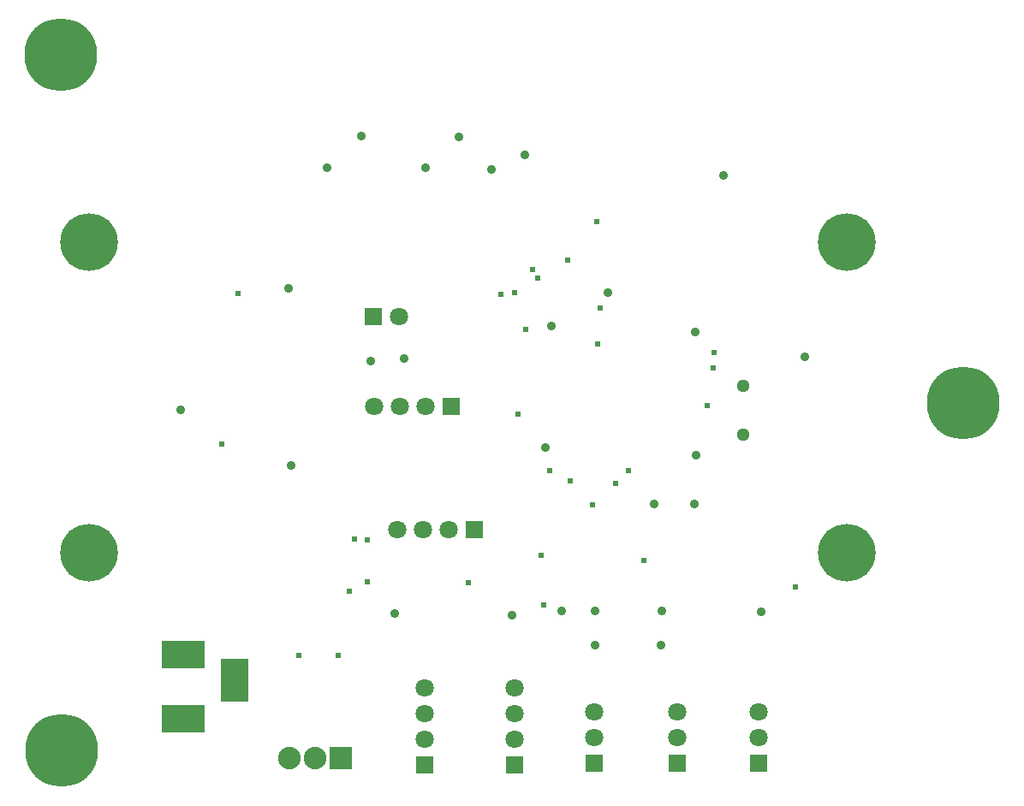
<source format=gbs>
G04*
G04 #@! TF.GenerationSoftware,Altium Limited,Altium Designer,21.3.2 (30)*
G04*
G04 Layer_Color=16711935*
%FSTAX24Y24*%
%MOIN*%
G70*
G04*
G04 #@! TF.SameCoordinates,09EB0EA2-9561-46F4-B1F3-F0EC52C3B4A3*
G04*
G04*
G04 #@! TF.FilePolarity,Negative*
G04*
G01*
G75*
%ADD71C,0.2835*%
%ADD72C,0.0276*%
%ADD73C,0.0883*%
%ADD74R,0.0883X0.0883*%
%ADD75C,0.2244*%
%ADD76C,0.0710*%
%ADD77R,0.0710X0.0710*%
%ADD78R,0.0710X0.0710*%
%ADD79R,0.1080X0.1680*%
%ADD80R,0.1680X0.1080*%
%ADD81C,0.0505*%
%ADD82C,0.0237*%
%ADD83C,0.0356*%
D71*
X01984Y04125D02*
D03*
X019875Y014165D02*
D03*
X054985Y027685D02*
D03*
D72*
X02093Y04131D02*
D03*
X020572Y042073D02*
D03*
X01978Y04236D02*
D03*
X019017Y042002D02*
D03*
X01873Y04121D02*
D03*
X019088Y040447D02*
D03*
X01988Y04016D02*
D03*
X020643Y040518D02*
D03*
X020733Y013438D02*
D03*
X01997Y01308D02*
D03*
X01915Y01334D02*
D03*
X01881Y01415D02*
D03*
X01908Y0149D02*
D03*
X019843Y015258D02*
D03*
X02075Y01486D02*
D03*
X021075Y014015D02*
D03*
X056085Y027735D02*
D03*
X055728Y028499D02*
D03*
X054935Y028785D02*
D03*
X054172Y028428D02*
D03*
X053885Y027635D02*
D03*
X054243Y026872D02*
D03*
X055035Y026585D02*
D03*
X055799Y026943D02*
D03*
D73*
X02874Y01388D02*
D03*
X02974D02*
D03*
D74*
X03074D02*
D03*
D75*
X05045Y02185D02*
D03*
Y03395D02*
D03*
X02095Y02185D02*
D03*
Y03395D02*
D03*
D76*
X03395Y02275D02*
D03*
X03495D02*
D03*
X03295D02*
D03*
X03301Y03108D02*
D03*
X034Y0166D02*
D03*
Y0146D02*
D03*
Y0156D02*
D03*
X03305Y02755D02*
D03*
X03405D02*
D03*
X03205D02*
D03*
X04385Y01565D02*
D03*
Y01465D02*
D03*
X0375Y0166D02*
D03*
Y0146D02*
D03*
Y0156D02*
D03*
X047Y01465D02*
D03*
Y01565D02*
D03*
X0406Y01465D02*
D03*
Y01565D02*
D03*
D77*
X03595Y02275D02*
D03*
X03201Y03108D02*
D03*
X03505Y02755D02*
D03*
D78*
X034Y0136D02*
D03*
X04385Y01365D02*
D03*
X0375Y0136D02*
D03*
X047Y01365D02*
D03*
X0406D02*
D03*
D79*
X0266Y0169D02*
D03*
D80*
X0246Y0154D02*
D03*
Y0179D02*
D03*
D81*
X0464Y028371D02*
D03*
Y02645D02*
D03*
D82*
X037941Y030576D02*
D03*
X03864Y01982D02*
D03*
X04499Y02759D02*
D03*
X04143Y02455D02*
D03*
X03854Y02176D02*
D03*
X03127Y02241D02*
D03*
X03108Y02038D02*
D03*
X03887Y02507D02*
D03*
X03569Y02069D02*
D03*
X04255Y02155D02*
D03*
X04053Y02372D02*
D03*
X03765Y02725D02*
D03*
X04195Y02505D02*
D03*
X0382Y0329D02*
D03*
X04075Y03D02*
D03*
X0384Y03255D02*
D03*
X03957Y03325D02*
D03*
X045266Y02968D02*
D03*
X045242Y029051D02*
D03*
X04844Y02054D02*
D03*
X03176Y02236D02*
D03*
Y02074D02*
D03*
X03966Y02468D02*
D03*
X0407Y03478D02*
D03*
X03749Y032D02*
D03*
X03698Y03192D02*
D03*
X0291Y01785D02*
D03*
X03065D02*
D03*
X0261Y0261D02*
D03*
X02675Y03195D02*
D03*
X04085Y0314D02*
D03*
D83*
X04458Y02567D02*
D03*
X0445Y02377D02*
D03*
X04455Y03048D02*
D03*
X03285Y0195D02*
D03*
X03935Y0196D02*
D03*
X0488Y0295D02*
D03*
X03322Y02943D02*
D03*
X0374Y019434D02*
D03*
X04325Y0196D02*
D03*
X04065D02*
D03*
X0471Y01955D02*
D03*
X0432Y01825D02*
D03*
X04065D02*
D03*
X0288Y02525D02*
D03*
X0245Y027439D02*
D03*
X0287Y03215D02*
D03*
X04115Y032D02*
D03*
X04295Y02375D02*
D03*
X0379Y03735D02*
D03*
X03533Y03805D02*
D03*
X0387Y02595D02*
D03*
X03895Y0307D02*
D03*
X03661Y0368D02*
D03*
X03405Y03685D02*
D03*
X0302D02*
D03*
X03155Y0381D02*
D03*
X04565Y03655D02*
D03*
X031921Y02933D02*
D03*
M02*

</source>
